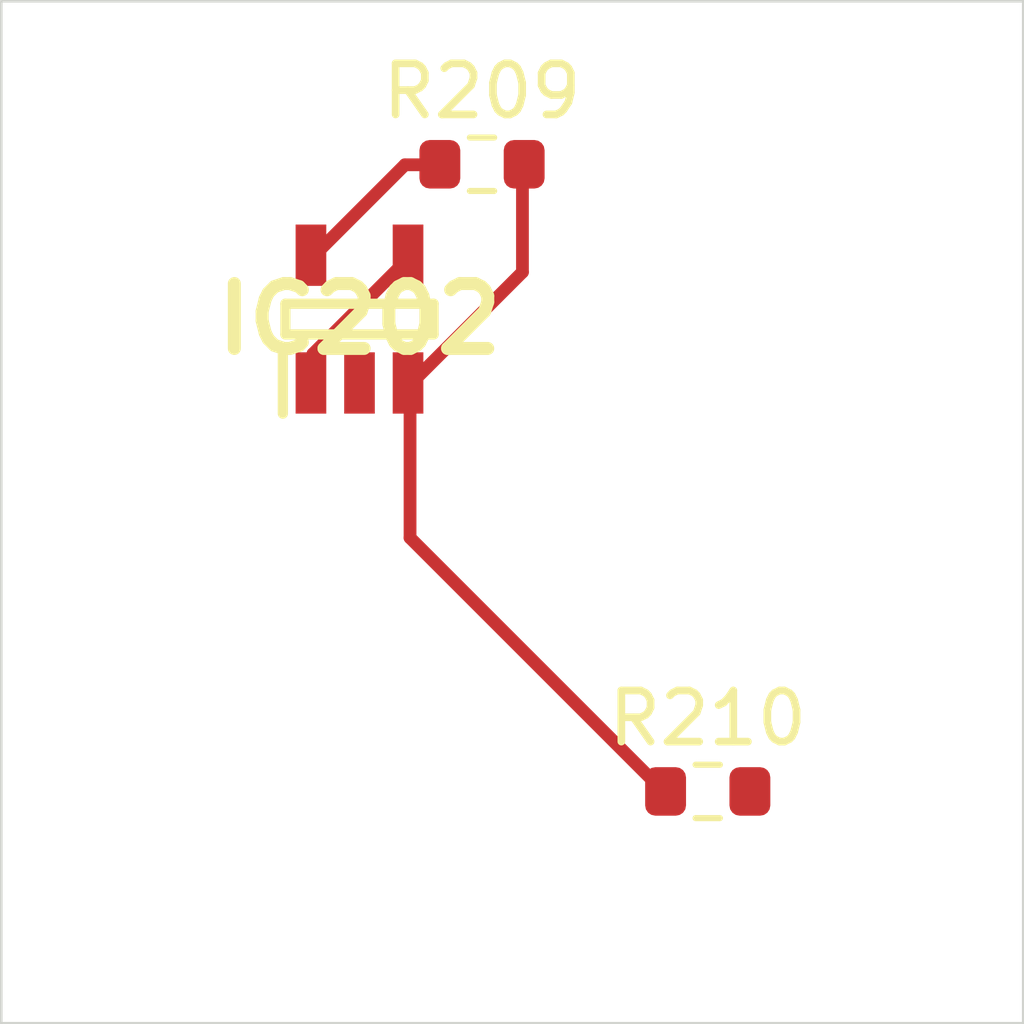
<source format=kicad_pcb>
 ( kicad_pcb  ( version 20171130 )
 ( host pcbnew 5.1.12-84ad8e8a86~92~ubuntu18.04.1 )
 ( general  ( thickness 1.6 )
 ( drawings 4 )
 ( tracks 0 )
 ( zones 0 )
 ( modules 3 )
 ( nets 5 )
)
 ( page A4 )
 ( layers  ( 0 F.Cu signal )
 ( 31 B.Cu signal )
 ( 32 B.Adhes user )
 ( 33 F.Adhes user )
 ( 34 B.Paste user )
 ( 35 F.Paste user )
 ( 36 B.SilkS user )
 ( 37 F.SilkS user )
 ( 38 B.Mask user )
 ( 39 F.Mask user )
 ( 40 Dwgs.User user )
 ( 41 Cmts.User user )
 ( 42 Eco1.User user )
 ( 43 Eco2.User user )
 ( 44 Edge.Cuts user )
 ( 45 Margin user )
 ( 46 B.CrtYd user )
 ( 47 F.CrtYd user )
 ( 48 B.Fab user )
 ( 49 F.Fab user )
)
 ( setup  ( last_trace_width 0.25 )
 ( trace_clearance 0.2 )
 ( zone_clearance 0.508 )
 ( zone_45_only no )
 ( trace_min 0.2 )
 ( via_size 0.8 )
 ( via_drill 0.4 )
 ( via_min_size 0.4 )
 ( via_min_drill 0.3 )
 ( uvia_size 0.3 )
 ( uvia_drill 0.1 )
 ( uvias_allowed no )
 ( uvia_min_size 0.2 )
 ( uvia_min_drill 0.1 )
 ( edge_width 0.05 )
 ( segment_width 0.2 )
 ( pcb_text_width 0.3 )
 ( pcb_text_size 1.5 1.5 )
 ( mod_edge_width 0.12 )
 ( mod_text_size 1 1 )
 ( mod_text_width 0.15 )
 ( pad_size 1.524 1.524 )
 ( pad_drill 0.762 )
 ( pad_to_mask_clearance 0 )
 ( aux_axis_origin 0 0 )
 ( visible_elements FFFFFF7F )
 ( pcbplotparams  ( layerselection 0x010fc_ffffffff )
 ( usegerberextensions false )
 ( usegerberattributes true )
 ( usegerberadvancedattributes true )
 ( creategerberjobfile true )
 ( excludeedgelayer true )
 ( linewidth 0.100000 )
 ( plotframeref false )
 ( viasonmask false )
 ( mode 1 )
 ( useauxorigin false )
 ( hpglpennumber 1 )
 ( hpglpenspeed 20 )
 ( hpglpendiameter 15.000000 )
 ( psnegative false )
 ( psa4output false )
 ( plotreference true )
 ( plotvalue true )
 ( plotinvisibletext false )
 ( padsonsilk false )
 ( subtractmaskfromsilk false )
 ( outputformat 1 )
 ( mirror false )
 ( drillshape 1 )
 ( scaleselection 1 )
 ( outputdirectory "" )
)
)
 ( net 0 "" )
 ( net 1 GND )
 ( net 2 VDDA )
 ( net 3 /Sheet6235D886/vp )
 ( net 4 "Net-(IC202-Pad3)" )
 ( net_class Default "This is the default net class."  ( clearance 0.2 )
 ( trace_width 0.25 )
 ( via_dia 0.8 )
 ( via_drill 0.4 )
 ( uvia_dia 0.3 )
 ( uvia_drill 0.1 )
 ( add_net /Sheet6235D886/vp )
 ( add_net GND )
 ( add_net "Net-(IC202-Pad3)" )
 ( add_net VDDA )
)
 ( module SOT95P280X145-5N locked  ( layer F.Cu )
 ( tedit 62336ED7 )
 ( tstamp 623423ED )
 ( at 87.010600 106.220000 90.000000 )
 ( descr DBV0005A )
 ( tags "Integrated Circuit" )
 ( path /6235D887/6266C08E )
 ( attr smd )
 ( fp_text reference IC202  ( at 0 0 )
 ( layer F.SilkS )
 ( effects  ( font  ( size 1.27 1.27 )
 ( thickness 0.254 )
)
)
)
 ( fp_text value TL071HIDBVR  ( at 0 0 )
 ( layer F.SilkS )
hide  ( effects  ( font  ( size 1.27 1.27 )
 ( thickness 0.254 )
)
)
)
 ( fp_line  ( start -1.85 -1.5 )
 ( end -0.65 -1.5 )
 ( layer F.SilkS )
 ( width 0.2 )
)
 ( fp_line  ( start -0.3 1.45 )
 ( end -0.3 -1.45 )
 ( layer F.SilkS )
 ( width 0.2 )
)
 ( fp_line  ( start 0.3 1.45 )
 ( end -0.3 1.45 )
 ( layer F.SilkS )
 ( width 0.2 )
)
 ( fp_line  ( start 0.3 -1.45 )
 ( end 0.3 1.45 )
 ( layer F.SilkS )
 ( width 0.2 )
)
 ( fp_line  ( start -0.3 -1.45 )
 ( end 0.3 -1.45 )
 ( layer F.SilkS )
 ( width 0.2 )
)
 ( fp_line  ( start -0.8 -0.5 )
 ( end 0.15 -1.45 )
 ( layer Dwgs.User )
 ( width 0.1 )
)
 ( fp_line  ( start -0.8 1.45 )
 ( end -0.8 -1.45 )
 ( layer Dwgs.User )
 ( width 0.1 )
)
 ( fp_line  ( start 0.8 1.45 )
 ( end -0.8 1.45 )
 ( layer Dwgs.User )
 ( width 0.1 )
)
 ( fp_line  ( start 0.8 -1.45 )
 ( end 0.8 1.45 )
 ( layer Dwgs.User )
 ( width 0.1 )
)
 ( fp_line  ( start -0.8 -1.45 )
 ( end 0.8 -1.45 )
 ( layer Dwgs.User )
 ( width 0.1 )
)
 ( fp_line  ( start -2.1 1.775 )
 ( end -2.1 -1.775 )
 ( layer Dwgs.User )
 ( width 0.05 )
)
 ( fp_line  ( start 2.1 1.775 )
 ( end -2.1 1.775 )
 ( layer Dwgs.User )
 ( width 0.05 )
)
 ( fp_line  ( start 2.1 -1.775 )
 ( end 2.1 1.775 )
 ( layer Dwgs.User )
 ( width 0.05 )
)
 ( fp_line  ( start -2.1 -1.775 )
 ( end 2.1 -1.775 )
 ( layer Dwgs.User )
 ( width 0.05 )
)
 ( pad 1 smd rect  ( at -1.25 -0.95 180.000000 )
 ( size 0.6 1.2 )
 ( layers F.Cu F.Mask F.Paste )
 ( net 3 /Sheet6235D886/vp )
)
 ( pad 2 smd rect  ( at -1.25 0 180.000000 )
 ( size 0.6 1.2 )
 ( layers F.Cu F.Mask F.Paste )
 ( net 1 GND )
)
 ( pad 3 smd rect  ( at -1.25 0.95 180.000000 )
 ( size 0.6 1.2 )
 ( layers F.Cu F.Mask F.Paste )
 ( net 4 "Net-(IC202-Pad3)" )
)
 ( pad 4 smd rect  ( at 1.25 0.95 180.000000 )
 ( size 0.6 1.2 )
 ( layers F.Cu F.Mask F.Paste )
 ( net 3 /Sheet6235D886/vp )
)
 ( pad 5 smd rect  ( at 1.25 -0.95 180.000000 )
 ( size 0.6 1.2 )
 ( layers F.Cu F.Mask F.Paste )
 ( net 2 VDDA )
)
)
 ( module Resistor_SMD:R_0603_1608Metric  ( layer F.Cu )
 ( tedit 5F68FEEE )
 ( tstamp 62342595 )
 ( at 89.408400 103.190000 )
 ( descr "Resistor SMD 0603 (1608 Metric), square (rectangular) end terminal, IPC_7351 nominal, (Body size source: IPC-SM-782 page 72, https://www.pcb-3d.com/wordpress/wp-content/uploads/ipc-sm-782a_amendment_1_and_2.pdf), generated with kicad-footprint-generator" )
 ( tags resistor )
 ( path /6235D887/623CDBD9 )
 ( attr smd )
 ( fp_text reference R209  ( at 0 -1.43 )
 ( layer F.SilkS )
 ( effects  ( font  ( size 1 1 )
 ( thickness 0.15 )
)
)
)
 ( fp_text value 100k  ( at 0 1.43 )
 ( layer F.Fab )
 ( effects  ( font  ( size 1 1 )
 ( thickness 0.15 )
)
)
)
 ( fp_line  ( start -0.8 0.4125 )
 ( end -0.8 -0.4125 )
 ( layer F.Fab )
 ( width 0.1 )
)
 ( fp_line  ( start -0.8 -0.4125 )
 ( end 0.8 -0.4125 )
 ( layer F.Fab )
 ( width 0.1 )
)
 ( fp_line  ( start 0.8 -0.4125 )
 ( end 0.8 0.4125 )
 ( layer F.Fab )
 ( width 0.1 )
)
 ( fp_line  ( start 0.8 0.4125 )
 ( end -0.8 0.4125 )
 ( layer F.Fab )
 ( width 0.1 )
)
 ( fp_line  ( start -0.237258 -0.5225 )
 ( end 0.237258 -0.5225 )
 ( layer F.SilkS )
 ( width 0.12 )
)
 ( fp_line  ( start -0.237258 0.5225 )
 ( end 0.237258 0.5225 )
 ( layer F.SilkS )
 ( width 0.12 )
)
 ( fp_line  ( start -1.48 0.73 )
 ( end -1.48 -0.73 )
 ( layer F.CrtYd )
 ( width 0.05 )
)
 ( fp_line  ( start -1.48 -0.73 )
 ( end 1.48 -0.73 )
 ( layer F.CrtYd )
 ( width 0.05 )
)
 ( fp_line  ( start 1.48 -0.73 )
 ( end 1.48 0.73 )
 ( layer F.CrtYd )
 ( width 0.05 )
)
 ( fp_line  ( start 1.48 0.73 )
 ( end -1.48 0.73 )
 ( layer F.CrtYd )
 ( width 0.05 )
)
 ( fp_text user %R  ( at 0 0 )
 ( layer F.Fab )
 ( effects  ( font  ( size 0.4 0.4 )
 ( thickness 0.06 )
)
)
)
 ( pad 1 smd roundrect  ( at -0.825 0 )
 ( size 0.8 0.95 )
 ( layers F.Cu F.Mask F.Paste )
 ( roundrect_rratio 0.25 )
 ( net 2 VDDA )
)
 ( pad 2 smd roundrect  ( at 0.825 0 )
 ( size 0.8 0.95 )
 ( layers F.Cu F.Mask F.Paste )
 ( roundrect_rratio 0.25 )
 ( net 4 "Net-(IC202-Pad3)" )
)
 ( model ${KISYS3DMOD}/Resistor_SMD.3dshapes/R_0603_1608Metric.wrl  ( at  ( xyz 0 0 0 )
)
 ( scale  ( xyz 1 1 1 )
)
 ( rotate  ( xyz 0 0 0 )
)
)
)
 ( module Resistor_SMD:R_0603_1608Metric  ( layer F.Cu )
 ( tedit 5F68FEEE )
 ( tstamp 623425A6 )
 ( at 93.826100 115.464000 )
 ( descr "Resistor SMD 0603 (1608 Metric), square (rectangular) end terminal, IPC_7351 nominal, (Body size source: IPC-SM-782 page 72, https://www.pcb-3d.com/wordpress/wp-content/uploads/ipc-sm-782a_amendment_1_and_2.pdf), generated with kicad-footprint-generator" )
 ( tags resistor )
 ( path /6235D887/623CDBDF )
 ( attr smd )
 ( fp_text reference R210  ( at 0 -1.43 )
 ( layer F.SilkS )
 ( effects  ( font  ( size 1 1 )
 ( thickness 0.15 )
)
)
)
 ( fp_text value 100k  ( at 0 1.43 )
 ( layer F.Fab )
 ( effects  ( font  ( size 1 1 )
 ( thickness 0.15 )
)
)
)
 ( fp_line  ( start 1.48 0.73 )
 ( end -1.48 0.73 )
 ( layer F.CrtYd )
 ( width 0.05 )
)
 ( fp_line  ( start 1.48 -0.73 )
 ( end 1.48 0.73 )
 ( layer F.CrtYd )
 ( width 0.05 )
)
 ( fp_line  ( start -1.48 -0.73 )
 ( end 1.48 -0.73 )
 ( layer F.CrtYd )
 ( width 0.05 )
)
 ( fp_line  ( start -1.48 0.73 )
 ( end -1.48 -0.73 )
 ( layer F.CrtYd )
 ( width 0.05 )
)
 ( fp_line  ( start -0.237258 0.5225 )
 ( end 0.237258 0.5225 )
 ( layer F.SilkS )
 ( width 0.12 )
)
 ( fp_line  ( start -0.237258 -0.5225 )
 ( end 0.237258 -0.5225 )
 ( layer F.SilkS )
 ( width 0.12 )
)
 ( fp_line  ( start 0.8 0.4125 )
 ( end -0.8 0.4125 )
 ( layer F.Fab )
 ( width 0.1 )
)
 ( fp_line  ( start 0.8 -0.4125 )
 ( end 0.8 0.4125 )
 ( layer F.Fab )
 ( width 0.1 )
)
 ( fp_line  ( start -0.8 -0.4125 )
 ( end 0.8 -0.4125 )
 ( layer F.Fab )
 ( width 0.1 )
)
 ( fp_line  ( start -0.8 0.4125 )
 ( end -0.8 -0.4125 )
 ( layer F.Fab )
 ( width 0.1 )
)
 ( fp_text user %R  ( at 0 0 )
 ( layer F.Fab )
 ( effects  ( font  ( size 0.4 0.4 )
 ( thickness 0.06 )
)
)
)
 ( pad 2 smd roundrect  ( at 0.825 0 )
 ( size 0.8 0.95 )
 ( layers F.Cu F.Mask F.Paste )
 ( roundrect_rratio 0.25 )
 ( net 1 GND )
)
 ( pad 1 smd roundrect  ( at -0.825 0 )
 ( size 0.8 0.95 )
 ( layers F.Cu F.Mask F.Paste )
 ( roundrect_rratio 0.25 )
 ( net 4 "Net-(IC202-Pad3)" )
)
 ( model ${KISYS3DMOD}/Resistor_SMD.3dshapes/R_0603_1608Metric.wrl  ( at  ( xyz 0 0 0 )
)
 ( scale  ( xyz 1 1 1 )
)
 ( rotate  ( xyz 0 0 0 )
)
)
)
 ( gr_line  ( start 100 100 )
 ( end 100 120 )
 ( layer Edge.Cuts )
 ( width 0.05 )
 ( tstamp 62E770C4 )
)
 ( gr_line  ( start 80 120 )
 ( end 100 120 )
 ( layer Edge.Cuts )
 ( width 0.05 )
 ( tstamp 62E770C0 )
)
 ( gr_line  ( start 80 100 )
 ( end 100 100 )
 ( layer Edge.Cuts )
 ( width 0.05 )
 ( tstamp 6234110C )
)
 ( gr_line  ( start 80 100 )
 ( end 80 120 )
 ( layer Edge.Cuts )
 ( width 0.05 )
)
 ( segment  ( start 88.600001 103.200002 )
 ( end 87.900001 103.200002 )
 ( width 0.250000 )
 ( layer F.Cu )
 ( net 2 )
)
 ( segment  ( start 87.900001 103.200002 )
 ( end 86.100001 105.000002 )
 ( width 0.250000 )
 ( layer F.Cu )
 ( net 2 )
)
 ( segment  ( start 88.000001 105.000002 )
 ( end 86.100001 106.900002 )
 ( width 0.250000 )
 ( layer F.Cu )
 ( net 3 )
)
 ( segment  ( start 86.100001 106.900002 )
 ( end 86.100001 107.500002 )
 ( width 0.250000 )
 ( layer F.Cu )
 ( net 3 )
)
 ( segment  ( start 90.200001 103.200002 )
 ( end 90.200001 105.300002 )
 ( width 0.250000 )
 ( layer F.Cu )
 ( net 4 )
)
 ( segment  ( start 90.200001 105.300002 )
 ( end 88.000001 107.500002 )
 ( width 0.250000 )
 ( layer F.Cu )
 ( net 4 )
)
 ( segment  ( start 93.000001 115.500002 )
 ( end 88.000001 110.500002 )
 ( width 0.250000 )
 ( layer F.Cu )
 ( net 4 )
)
 ( segment  ( start 88.000001 110.500002 )
 ( end 88.000001 107.500002 )
 ( width 0.250000 )
 ( layer F.Cu )
 ( net 4 )
)
)

</source>
